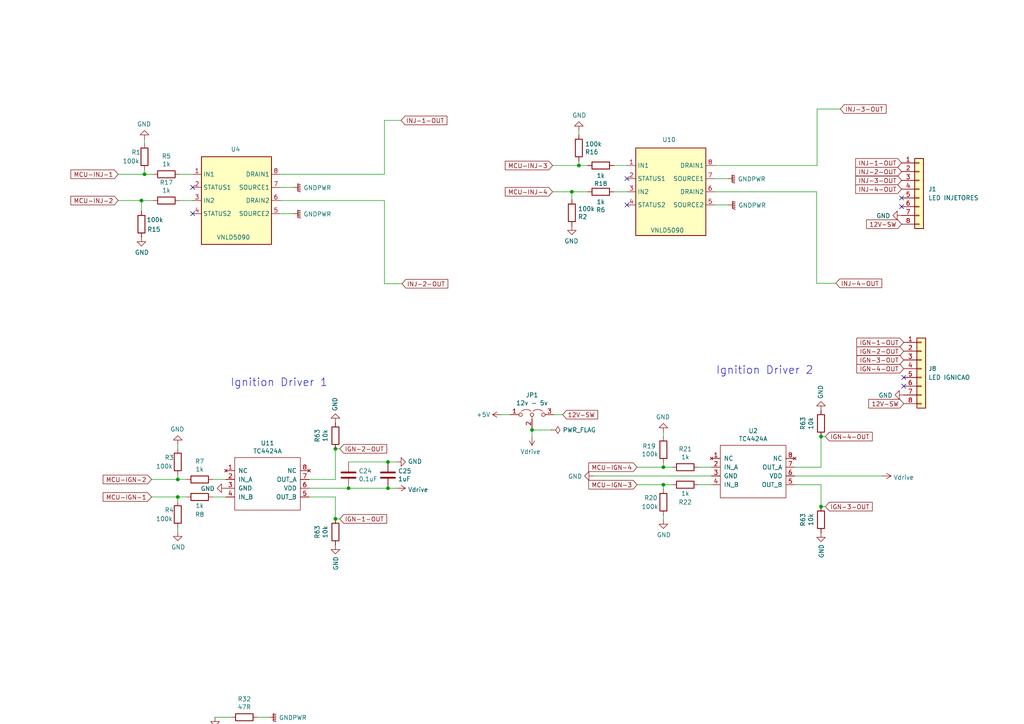
<source format=kicad_sch>
(kicad_sch (version 20230121) (generator eeschema)
  (paper "A4")
  (title_block (title "0.4") (date "2021-03-27") (rev "4d") (company "Speeduino"))
  (lib_symbols
    (symbol "Connector_Generic:Conn_01x08" (pin_names (offset 1.016) hide)
      (property "Reference" "J" (at 0 10.16 0))
      (property "Value" "Conn_01x08" (at 0 -12.7 0))
      (symbol "Conn_01x08_1_1"
        (rectangle (start -1.27 -10.033) (end 0 -10.287) (stroke (width 0.1524)))
        (rectangle (start -1.27 -7.493) (end 0 -7.747) (stroke (width 0.1524)))
        (rectangle (start -1.27 -4.953) (end 0 -5.207) (stroke (width 0.1524)))
        (rectangle (start -1.27 -2.413) (end 0 -2.667) (stroke (width 0.1524)))
        (rectangle (start -1.27 0.127) (end 0 -0.127) (stroke (width 0.1524)))
        (rectangle (start -1.27 2.667) (end 0 2.413) (stroke (width 0.1524)))
        (rectangle (start -1.27 5.207) (end 0 4.953) (stroke (width 0.1524)))
        (rectangle (start -1.27 7.747) (end 0 7.493) (stroke (width 0.1524)))
        (rectangle (start -1.27 8.89) (end 1.27 -11.43) (stroke (width 0.254)) (fill (type background)))
        (pin passive line (at -5.08 7.62 0) (length 3.81) (name "Pin_1") (number "1"))
        (pin passive line (at -5.08 5.08 0) (length 3.81) (name "Pin_2") (number "2"))
        (pin passive line (at -5.08 2.54 0) (length 3.81) (name "Pin_3") (number "3"))
        (pin passive line (at -5.08 0 0) (length 3.81) (name "Pin_4") (number "4"))
        (pin passive line (at -5.08 -2.54 0) (length 3.81) (name "Pin_5") (number "5"))
        (pin passive line (at -5.08 -5.08 0) (length 3.81) (name "Pin_6") (number "6"))
        (pin passive line (at -5.08 -7.62 0) (length 3.81) (name "Pin_7") (number "7"))
        (pin passive line (at -5.08 -10.16 0) (length 3.81) (name "Pin_8") (number "8"))
      )
    )
    (symbol "Device:C" (pin_numbers hide) (pin_names (offset 0.254))
      (property "Reference" "C" (at 0.635 2.54 0))
      (property "Value" "C" (at 0.635 -2.54 0))
      (symbol "C_0_1"
        (polyline (pts (xy -2.032 -0.762) (xy 2.032 -0.762)) (stroke (width 0.508)))
        (polyline (pts (xy -2.032 0.762) (xy 2.032 0.762)) (stroke (width 0.508)))
      )
      (symbol "C_1_1"
        (pin passive line (at 0 3.81 270) (length 2.794) (name "~") (number "1"))
        (pin passive line (at 0 -3.81 90) (length 2.794) (name "~") (number "2"))
      )
    )
    (symbol "Device:R" (pin_numbers hide) (pin_names (offset 0))
      (property "Reference" "R" (at 2.032 0 90))
      (property "Value" "R" (at 0 0 90))
      (symbol "R_0_1"
        (rectangle (start -1.016 -2.54) (end 1.016 2.54) (stroke (width 0.254)))
      )
      (symbol "R_1_1"
        (pin passive line (at 0 3.81 270) (length 1.27) (name "~") (number "1"))
        (pin passive line (at 0 -3.81 90) (length 1.27) (name "~") (number "2"))
      )
    )
    (symbol "power:+5V" (power) (pin_names (offset 0))
      (property "Value" "+5V" (at 0 3.556 0))
      (symbol "+5V_0_1"
        (polyline (pts (xy -0.762 1.27) (xy 0 2.54)))
        (polyline (pts (xy 0 0) (xy 0 2.54)))
        (polyline (pts (xy 0 2.54) (xy 0.762 1.27)))
      )
      (symbol "+5V_1_1"
        (pin power_in line (at 0 0 90) (length 0) hide (name "+5V") (number "1"))
      )
    )
    (symbol "power:GND" (power) (pin_names (offset 0))
      (property "Value" "GND" (at 0 -3.81 0))
      (symbol "GND_0_1"
        (polyline (pts (xy 0 0) (xy 0 -1.27) (xy 1.27 -1.27) (xy 0 -2.54) (xy -1.27 -1.27) (xy 0 -1.27)))
      )
      (symbol "GND_1_1"
        (pin power_in line (at 0 0 270) (length 0) hide (name "GND") (number "1"))
      )
    )
    (symbol "power:GNDPWR" (power) (pin_names (offset 0))
      (property "Value" "GNDPWR" (at 0 -3.302 0))
      (symbol "GNDPWR_0_1"
        (polyline (pts (xy 0 -1.27) (xy 0 0)))
        (polyline (pts (xy -1.016 -1.27) (xy -1.27 -2.032) (xy -1.27 -2.032)) (stroke (width 0.2032)))
        (polyline (pts (xy -0.508 -1.27) (xy -0.762 -2.032) (xy -0.762 -2.032)) (stroke (width 0.2032)))
        (polyline (pts (xy 0 -1.27) (xy -0.254 -2.032) (xy -0.254 -2.032)) (stroke (width 0.2032)))
        (polyline (pts (xy 0.508 -1.27) (xy 0.254 -2.032) (xy 0.254 -2.032)) (stroke (width 0.2032)))
        (polyline (pts (xy 1.016 -1.27) (xy -1.016 -1.27) (xy -1.016 -1.27)) (stroke (width 0.2032)))
        (polyline (pts (xy 1.016 -1.27) (xy 0.762 -2.032) (xy 0.762 -2.032) (xy 0.762 -2.032)) (stroke (width 0.2032)))
      )
      (symbol "GNDPWR_1_1"
        (pin power_in line (at 0 0 270) (length 0) hide (name "GNDPWR") (number "1"))
      )
    )
    (symbol "power:PWR_FLAG" (power) (pin_numbers hide) (pin_names (offset 0) hide)
      (property "Value" "PWR_FLAG" (at 0 3.81 0))
      (symbol "PWR_FLAG_0_0"
        (pin power_out line (at 0 0 90) (length 0) (name "pwr") (number "1"))
      )
      (symbol "PWR_FLAG_0_1"
        (polyline (pts (xy 0 0) (xy 0 1.27) (xy -1.016 1.905) (xy 0 2.54) (xy 1.016 1.905) (xy 0 1.27)))
      )
    )
    (symbol "power:Vdrive" (power) (pin_names (offset 0))
      (property "Value" "Vdrive" (at 0 3.81 0))
      (symbol "Vdrive_0_1"
        (polyline (pts (xy -0.762 1.27) (xy 0 2.54)))
        (polyline (pts (xy 0 0) (xy 0 2.54)))
        (polyline (pts (xy 0 2.54) (xy 0.762 1.27)))
      )
      (symbol "Vdrive_1_1"
        (pin power_in line (at 0 0 90) (length 0) hide (name "Vdrive") (number "1"))
      )
    )
    (symbol "speeduino_ic_automotive:TC4424A" (pin_names (offset 1.016))
      (property "Reference" "U" (at -7.62 38.1 0))
      (property "Value" "speeduino_ic_automotive_TC4424A" (at -15.24 38.1 0))
      (symbol "TC4424A_0_1"
        (rectangle (start -25.4 36.83) (end -6.35 21.59))
      )
      (symbol "TC4424A_1_1"
        (pin no_connect line (at -27.94 33.02 0) (length 2.54) (name "NC") (number "1"))
        (pin input line (at -27.94 30.48 0) (length 2.54) (name "IN_A") (number "2"))
        (pin power_in line (at -27.94 27.94 0) (length 2.54) (name "GND") (number "3"))
        (pin input line (at -27.94 25.4 0) (length 2.54) (name "IN_B") (number "4"))
        (pin input line (at -3.81 25.4 180) (length 2.54) (name "OUT_B") (number "5"))
        (pin power_in line (at -3.81 27.94 180) (length 2.54) (name "VDD") (number "6"))
        (pin output line (at -3.81 30.48 180) (length 2.54) (name "OUT_A") (number "7"))
        (pin no_connect line (at -3.81 33.02 180) (length 2.54) (name "NC") (number "8"))
      )
    )
    (symbol "speeduino_ic_automotive:VNLD5090"
      (property "Reference" "U" (at -7.62 11.43 0))
      (property "Value" "speeduino_ic_automotive_VNLD5090" (at 12.7 11.43 0))
      (symbol "VNLD5090_0_1"
        (rectangle (start -7.62 -15.24) (end 12.7 10.16) (stroke (width 0.254)) (fill (type background)))
      )
      (symbol "VNLD5090_1_1"
        (pin input line (at -10.16 5.08 0) (length 2.54) (name "IN1") (number "1"))
        (pin output line (at -10.16 1.27 0) (length 2.54) (name "STATUS1") (number "2"))
        (pin input line (at -10.16 -2.54 0) (length 2.54) (name "IN2") (number "3"))
        (pin output line (at -10.16 -6.35 0) (length 2.54) (name "STATUS2") (number "4"))
        (pin input line (at 15.24 -6.35 180) (length 2.54) (name "SOURCE2") (number "5"))
        (pin output line (at 15.24 -2.54 180) (length 2.54) (name "DRAIN2") (number "6"))
        (pin input line (at 15.24 1.27 180) (length 2.54) (name "SOURCE1") (number "7"))
        (pin output line (at 15.24 5.08 180) (length 2.54) (name "DRAIN1") (number "8"))
      )
    )
    (symbol "v0.4.3d-rescue:Jumper_3_Open-Jumper" (pin_names (offset 0) hide)
      (property "Reference" "JP" (at -2.54 -2.54 0))
      (property "Value" "Jumper_Jumper_3_Open" (at 0 2.794 0))
      (symbol "Jumper_3_Open-Jumper_0_0"
        (circle (center -3.302 0) (radius 0.508))
        (circle (center 0 0) (radius 0.508))
        (circle (center 3.302 0) (radius 0.508))
      )
      (symbol "Jumper_3_Open-Jumper_0_1"
        (arc (start -0.254 1.016) (mid -1.651 1.4992) (end -3.048 1.016))
        (polyline (pts (xy 0 -0.508) (xy 0 -1.27)))
        (arc (start 3.048 1.016) (mid 1.651 1.4992) (end 0.254 1.016))
      )
      (symbol "Jumper_3_Open-Jumper_1_1"
        (pin passive line (at -6.35 0 0) (length 2.54) (name "A") (number "1"))
        (pin input line (at 0 -3.81 90) (length 2.54) (name "C") (number "2"))
        (pin passive line (at 6.35 0 180) (length 2.54) (name "B") (number "3"))
      )
    )
  )
  (junction (at 192.405 140.589))
  (junction (at 51.562 144.145))
  (junction (at 51.562 139.065))
  (junction (at 41.021 58.166))
  (junction (at 41.91 50.546))
  (junction (at 97.282 150.495))
  (junction (at 101.092 141.605))
  (junction (at 97.282 130.175))
  (junction (at 112.522 133.985))
  (junction (at 238.125 146.939))
  (junction (at 192.405 135.509))
  (junction (at 154.305 124.714))
  (junction (at 112.522 141.605))
  (junction (at 165.862 55.626))
  (junction (at 167.894 48.006))
  (junction (at 238.125 126.619))
  (no_connect (at 181.864 51.816))
  (no_connect (at 55.88 61.976))
  (no_connect (at 262.128 112.014))
  (no_connect (at 181.864 59.436))
  (no_connect (at 262.128 109.474))
  (no_connect (at 261.493 57.404))
  (no_connect (at 261.493 59.944))
  (no_connect (at 55.88 54.356))
  (wire (pts (xy 230.505 138.049) (xy 255.905 138.049)))
  (wire (pts (xy 206.375 138.049) (xy 172.085 138.049)))
  (wire (pts (xy 192.405 150.749) (xy 192.405 149.479)))
  (wire (pts (xy 202.565 135.509) (xy 206.375 135.509)))
  (wire (pts (xy 51.562 137.795) (xy 51.562 139.065)))
  (wire (pts (xy 52.07 58.166) (xy 55.88 58.166)))
  (wire (pts (xy 238.125 135.509) (xy 230.505 135.509)))
  (wire (pts (xy 115.062 141.605) (xy 112.522 141.605)))
  (wire (pts (xy 165.862 55.626) (xy 170.434 55.626)))
  (wire (pts (xy 74.676 208.026) (xy 77.978 208.026)))
  (wire (pts (xy 239.395 146.939) (xy 238.125 146.939)))
  (wire (pts (xy 67.056 208.026) (xy 62.357 208.026)))
  (wire (pts (xy 52.07 50.546) (xy 55.88 50.546)))
  (wire (pts (xy 81.28 54.356) (xy 85.09 54.356)))
  (wire (pts (xy 211.201 59.436) (xy 207.264 59.436)))
  (wire (pts (xy 238.125 140.589) (xy 230.505 140.589)))
  (wire (pts (xy 202.565 140.589) (xy 206.375 140.589)))
  (wire (pts (xy 81.28 50.546) (xy 111.506 50.546)))
  (wire (pts (xy 34.29 50.546) (xy 41.91 50.546)))
  (wire (pts (xy 111.506 34.925) (xy 116.332 34.925)))
  (wire (pts (xy 111.506 50.546) (xy 111.506 34.925)))
  (wire (pts (xy 89.662 141.605) (xy 101.092 141.605)))
  (wire (pts (xy 194.945 140.589) (xy 192.405 140.589)))
  (wire (pts (xy 154.305 124.714) (xy 154.305 124.079)))
  (wire (pts (xy 178.054 55.626) (xy 181.864 55.626)))
  (wire (pts (xy 43.942 139.065) (xy 51.562 139.065)))
  (wire (pts (xy 61.722 139.065) (xy 65.532 139.065)))
  (wire (pts (xy 178.054 48.006) (xy 181.864 48.006)))
  (wire (pts (xy 51.562 130.175) (xy 51.562 128.905)))
  (wire (pts (xy 159.893 124.714) (xy 154.305 124.714)))
  (wire (pts (xy 111.506 58.166) (xy 111.506 82.296)))
  (wire (pts (xy 238.125 146.939) (xy 238.125 140.589)))
  (wire (pts (xy 236.982 31.623) (xy 243.713 31.623)))
  (wire (pts (xy 89.662 144.145) (xy 97.282 144.145)))
  (wire (pts (xy 61.722 144.145) (xy 65.532 144.145)))
  (wire (pts (xy 51.562 139.065) (xy 54.102 139.065)))
  (wire (pts (xy 34.29 58.166) (xy 41.021 58.166)))
  (wire (pts (xy 154.305 126.619) (xy 154.305 124.714)))
  (wire (pts (xy 192.405 135.509) (xy 194.945 135.509)))
  (wire (pts (xy 54.102 144.145) (xy 51.562 144.145)))
  (wire (pts (xy 192.405 140.589) (xy 192.405 141.859)))
  (wire (pts (xy 89.662 139.065) (xy 97.282 139.065)))
  (wire (pts (xy 167.894 48.006) (xy 167.894 46.736)))
  (wire (pts (xy 41.021 61.214) (xy 41.021 58.166)))
  (wire (pts (xy 51.562 144.145) (xy 51.562 145.415)))
  (wire (pts (xy 98.552 130.175) (xy 97.282 130.175)))
  (wire (pts (xy 239.395 126.619) (xy 238.125 126.619)))
  (wire (pts (xy 97.282 150.495) (xy 97.282 144.145)))
  (wire (pts (xy 160.274 55.626) (xy 165.862 55.626)))
  (wire (pts (xy 111.506 82.296) (xy 116.586 82.296)))
  (wire (pts (xy 211.074 51.816) (xy 207.264 51.816)))
  (wire (pts (xy 41.91 50.546) (xy 44.45 50.546)))
  (wire (pts (xy 97.282 130.175) (xy 97.282 139.065)))
  (wire (pts (xy 170.434 48.006) (xy 167.894 48.006)))
  (wire (pts (xy 112.522 141.605) (xy 101.092 141.605)))
  (wire (pts (xy 112.522 133.985) (xy 101.092 133.985)))
  (wire (pts (xy 81.28 61.976) (xy 85.09 61.976)))
  (wire (pts (xy 81.28 58.166) (xy 111.506 58.166)))
  (wire (pts (xy 41.021 58.166) (xy 44.45 58.166)))
  (wire (pts (xy 207.264 55.626) (xy 236.855 55.626)))
  (wire (pts (xy 98.552 150.495) (xy 97.282 150.495)))
  (wire (pts (xy 236.982 48.006) (xy 236.982 31.623)))
  (wire (pts (xy 236.855 82.169) (xy 242.443 82.169)))
  (wire (pts (xy 41.91 49.276) (xy 41.91 50.546)))
  (wire (pts (xy 51.562 154.305) (xy 51.562 153.035)))
  (wire (pts (xy 167.894 37.846) (xy 167.894 39.116)))
  (wire (pts (xy 160.655 120.269) (xy 163.195 120.269)))
  (wire (pts (xy 43.942 144.145) (xy 51.562 144.145)))
  (wire (pts (xy 236.855 55.626) (xy 236.855 82.169)))
  (wire (pts (xy 238.125 126.619) (xy 238.125 135.509)))
  (wire (pts (xy 160.274 48.006) (xy 167.894 48.006)))
  (wire (pts (xy 192.405 134.239) (xy 192.405 135.509)))
  (wire (pts (xy 41.91 41.656) (xy 41.91 40.386)))
  (wire (pts (xy 184.785 140.589) (xy 192.405 140.589)))
  (wire (pts (xy 115.062 133.985) (xy 112.522 133.985)))
  (wire (pts (xy 165.862 57.912) (xy 165.862 55.626)))
  (wire (pts (xy 147.955 120.269) (xy 145.415 120.269)))
  (wire (pts (xy 207.264 48.006) (xy 236.982 48.006)))
  (wire (pts (xy 184.785 135.509) (xy 192.405 135.509)))
  (wire (pts (xy 192.405 126.619) (xy 192.405 125.349)))
  (text "Ignition Driver 2" (at 207.645 108.839 0) (effects (font (size 2.2606 2.2606)) (justify left bottom)))
  (text "Ignition Driver 1" (at 66.802 112.395 0) (effects (font (size 2.2606 2.2606)) (justify left bottom)))
  (global_label "INJ-1-OUT" (shape input) (at 116.332 34.925 0) (property "Intersheetrefs" "${INTERSHEET_REFS}" (effects hide)))
  (global_label "IGN-1-OUT" (shape input) (at 98.552 150.495 0) (property "Intersheetrefs" "${INTERSHEET_REFS}" (effects hide)))
  (global_label "INJ-4-OUT" (shape input) (at 242.443 82.169 0) (property "Intersheetrefs" "${INTERSHEET_REFS}" (effects hide)))
  (global_label "MCU-INJ-1" (shape input) (at 34.29 50.546 180) (property "Intersheetrefs" "${INTERSHEET_REFS}" (effects hide)))
  (global_label "MCU-IGN-3" (shape input) (at 184.785 140.589 180) (property "Intersheetrefs" "${INTERSHEET_REFS}" (effects hide)))
  (global_label "MCU-IGN-4" (shape input) (at 184.785 135.509 180) (property "Intersheetrefs" "${INTERSHEET_REFS}" (effects hide)))
  (global_label "MCU-IGN-1" (shape input) (at 43.942 144.145 180) (property "Intersheetrefs" "${INTERSHEET_REFS}" (effects hide)))
  (global_label "IGN-2-OUT" (shape input) (at 98.552 130.175 0) (property "Intersheetrefs" "${INTERSHEET_REFS}" (effects hide)))
  (global_label "IGN-3-OUT" (shape input) (at 239.395 146.939 0) (property "Intersheetrefs" "${INTERSHEET_REFS}" (effects hide)))
  (global_label "MCU-IGN-2" (shape input) (at 43.942 139.065 180) (property "Intersheetrefs" "${INTERSHEET_REFS}" (effects hide)))
  (global_label "12V-SW" (shape input) (at 163.195 120.269 0) (property "Intersheetrefs" "${INTERSHEET_REFS}" (effects hide)))
  (global_label "12V-SW" (shape input) (at 262.128 117.094 180) (property "Intersheetrefs" "${INTERSHEET_REFS}" (effects hide)))
  (global_label "MCU-INJ-2" (shape input) (at 34.29 58.166 180) (property "Intersheetrefs" "${INTERSHEET_REFS}" (effects hide)))
  (global_label "IGN-3-OUT" (shape input) (at 262.128 104.394 180) (property "Intersheetrefs" "${INTERSHEET_REFS}" (effects hide)))
  (global_label "INJ-2-OUT" (shape input) (at 261.493 49.784 180) (property "Intersheetrefs" "${INTERSHEET_REFS}" (effects hide)))
  (global_label "12V-SW" (shape input) (at 261.493 65.024 180) (property "Intersheetrefs" "${INTERSHEET_REFS}" (effects hide)))
  (global_label "MCU-INJ-3" (shape input) (at 160.274 48.006 180) (property "Intersheetrefs" "${INTERSHEET_REFS}" (effects hide)))
  (global_label "IGN-4-OUT" (shape input) (at 239.395 126.619 0) (property "Intersheetrefs" "${INTERSHEET_REFS}" (effects hide)))
  (global_label "MCU-INJ-4" (shape input) (at 160.274 55.626 180) (property "Intersheetrefs" "${INTERSHEET_REFS}" (effects hide)))
  (global_label "INJ-3-OUT" (shape input) (at 261.493 52.324 180) (property "Intersheetrefs" "${INTERSHEET_REFS}" (effects hide)))
  (global_label "INJ-1-OUT" (shape input) (at 261.493 47.244 180) (property "Intersheetrefs" "${INTERSHEET_REFS}" (effects hide)))
  (global_label "INJ-4-OUT" (shape input) (at 261.493 54.864 180) (property "Intersheetrefs" "${INTERSHEET_REFS}" (effects hide)))
  (global_label "INJ-3-OUT" (shape input) (at 243.713 31.623 0) (property "Intersheetrefs" "${INTERSHEET_REFS}" (effects hide)))
  (global_label "IGN-1-OUT" (shape input) (at 262.128 99.314 180) (property "Intersheetrefs" "${INTERSHEET_REFS}" (effects hide)))
  (global_label "IGN-2-OUT" (shape input) (at 262.128 101.854 180) (property "Intersheetrefs" "${INTERSHEET_REFS}" (effects hide)))
  (global_label "INJ-2-OUT" (shape input) (at 116.586 82.296 0) (property "Intersheetrefs" "${INTERSHEET_REFS}" (effects hide)))
  (global_label "IGN-4-OUT" (shape input) (at 262.128 106.934 180) (property "Intersheetrefs" "${INTERSHEET_REFS}" (effects hide)))
  (symbol (lib_id "Device:R") (at 48.26 50.546 270) (unit 1)
    (property "Reference" "R5" (at 48.26 45.2882 90))
    (property "Value" "1k" (at 48.26 47.5996 90))
    (property "Footprint" "Resistor_SMD:R_0805_2012Metric" (effects hide))
    (property "Manufacturer_Name" "YAGEO" (effects hide))
    (property "Manufacturer_Part_Number" "RC0805FR-071KL" (effects hide))
    (property "JLCPCB_PN" "C95781" (effects hide))
    (property "Package" "0805" (effects hide))
  )
  (symbol (lib_id "Device:R") (at 174.244 55.626 270) (mirror x) (unit 1)
    (property "Reference" "R6" (at 174.244 60.8838 90))
    (property "Value" "1k" (at 174.244 58.5724 90))
    (property "Footprint" "Resistor_SMD:R_0805_2012Metric" (effects hide))
    (property "Manufacturer_Name" "YAGEO" (effects hide))
    (property "Manufacturer_Part_Number" "RC0805FR-071KL" (effects hide))
    (property "JLCPCB_PN" "C95781" (effects hide))
    (property "Package" "0805" (effects hide))
  )
  (symbol (lib_id "Device:R") (at 41.91 45.466 180) (unit 1)
    (property "Reference" "R1" (at 38.1 44.196 0) (effects (justify right)))
    (property "Value" "100k" (at 35.56 46.736 0) (effects (justify right)))
    (property "Footprint" "Resistor_SMD:R_0805_2012Metric" (effects hide))
    (property "Manufacturer_Name" "YAGEO" (effects hide))
    (property "Manufacturer_Part_Number" "RC0805FR-07100KL" (effects hide))
    (property "JLCPCB_PN" "C96346" (effects hide))
    (property "Package" "0805" (effects hide))
  )
  (symbol (lib_id "Device:R") (at 165.862 61.722 0) (mirror y) (unit 1)
    (property "Reference" "R2" (at 167.64 62.8904 0) (effects (justify right)))
    (property "Value" "100k" (at 167.64 60.579 0) (effects (justify right)))
    (property "Footprint" "Resistor_SMD:R_0805_2012Metric" (effects hide))
    (property "Manufacturer_Name" "YAGEO" (effects hide))
    (property "Manufacturer_Part_Number" "RC0805FR-07100KL" (effects hide))
    (property "JLCPCB_PN" "C96346" (effects hide))
    (property "Package" "0805" (effects hide))
  )
  (symbol (lib_id "power:GND") (at 41.91 40.386 180) (unit 1)
    (property "Reference" "#PWR04" (effects hide))
    (property "Value" "GND" (at 41.783 35.9918 0))
  )
  (symbol (lib_id "power:GND") (at 165.862 65.532 0) (mirror y) (unit 1)
    (property "Reference" "#PWR05" (effects hide))
    (property "Value" "GND" (at 165.735 69.9262 0))
  )
  (symbol (lib_id "Device:R") (at 48.26 58.166 270) (unit 1)
    (property "Reference" "R17" (at 48.26 52.9082 90))
    (property "Value" "1k" (at 48.26 55.2196 90))
    (property "Footprint" "Resistor_SMD:R_0805_2012Metric" (effects hide))
    (property "Manufacturer_Name" "YAGEO" (effects hide))
    (property "Manufacturer_Part_Number" "RC0805FR-071KL" (effects hide))
    (property "JLCPCB_PN" "C95781" (effects hide))
    (property "Package" "0805" (effects hide))
  )
  (symbol (lib_id "Device:R") (at 174.244 48.006 270) (mirror x) (unit 1)
    (property "Reference" "R18" (at 174.244 53.2638 90))
    (property "Value" "1k" (at 174.244 50.9524 90))
    (property "Footprint" "Resistor_SMD:R_0805_2012Metric" (effects hide))
    (property "Manufacturer_Name" "YAGEO" (effects hide))
    (property "Manufacturer_Part_Number" "RC0805FR-071KL" (effects hide))
    (property "JLCPCB_PN" "C95781" (effects hide))
    (property "Package" "0805" (effects hide))
  )
  (symbol (lib_id "Device:R") (at 41.021 65.024 0) (unit 1)
    (property "Reference" "R15" (at 46.609 66.548 0) (effects (justify right)))
    (property "Value" "100k" (at 47.371 63.754 0) (effects (justify right)))
    (property "Footprint" "Resistor_SMD:R_0805_2012Metric" (effects hide))
    (property "Manufacturer_Name" "YAGEO" (effects hide))
    (property "Manufacturer_Part_Number" "RC0805FR-07100KL" (effects hide))
    (property "JLCPCB_PN" "C96346" (effects hide))
    (property "Package" "0805" (effects hide))
  )
  (symbol (lib_id "Device:R") (at 167.894 42.926 0) (mirror y) (unit 1)
    (property "Reference" "R16" (at 169.672 44.0944 0) (effects (justify right)))
    (property "Value" "100k" (at 169.672 41.783 0) (effects (justify right)))
    (property "Footprint" "Resistor_SMD:R_0805_2012Metric" (effects hide))
    (property "Manufacturer_Name" "YAGEO" (effects hide))
    (property "Manufacturer_Part_Number" "RC0805FR-07100KL" (effects hide))
    (property "JLCPCB_PN" "C96346" (effects hide))
    (property "Package" "0805" (effects hide))
  )
  (symbol (lib_id "power:GND") (at 41.021 68.834 0) (unit 1)
    (property "Reference" "#PWR014" (effects hide))
    (property "Value" "GND" (at 41.148 73.2282 0))
  )
  (symbol (lib_id "power:GND") (at 167.894 37.846 0) (mirror x) (unit 1)
    (property "Reference" "#PWR015" (effects hide))
    (property "Value" "GND" (at 168.021 33.4518 0))
  )
  (symbol (lib_id "Device:R") (at 57.912 139.065 270) (unit 1)
    (property "Reference" "R7" (at 57.912 133.8072 90))
    (property "Value" "1k" (at 57.912 136.1186 90))
    (property "Footprint" "Resistor_SMD:R_0805_2012Metric" (effects hide))
    (property "Manufacturer_Name" "YAGEO" (effects hide))
    (property "Manufacturer_Part_Number" "RC0805FR-071KL" (effects hide))
    (property "JLCPCB_PN" "C95781" (effects hide))
    (property "Package" "0805" (effects hide))
  )
  (symbol (lib_id "Device:R") (at 57.912 144.145 270) (unit 1)
    (property "Reference" "R8" (at 57.912 149.225 90))
    (property "Value" "1k" (at 57.912 146.685 90))
    (property "Footprint" "Resistor_SMD:R_0805_2012Metric" (effects hide))
    (property "Manufacturer_Name" "YAGEO" (effects hide))
    (property "Manufacturer_Part_Number" "RC0805FR-071KL" (effects hide))
    (property "JLCPCB_PN" "C95781" (effects hide))
    (property "Package" "0805" (effects hide))
  )
  (symbol (lib_id "Device:R") (at 51.562 133.985 180) (unit 1)
    (property "Reference" "R3" (at 47.752 132.715 0) (effects (justify right)))
    (property "Value" "100k" (at 45.212 135.255 0) (effects (justify right)))
    (property "Footprint" "Resistor_SMD:R_0805_2012Metric" (effects hide))
    (property "Manufacturer_Name" "YAGEO" (effects hide))
    (property "Manufacturer_Part_Number" "RC0805FR-07100KL" (effects hide))
    (property "JLCPCB_PN" "C96346" (effects hide))
    (property "Package" "0805" (effects hide))
  )
  (symbol (lib_id "Device:R") (at 51.562 149.225 180) (unit 1)
    (property "Reference" "R4" (at 47.752 147.955 0) (effects (justify right)))
    (property "Value" "100k" (at 45.212 150.495 0) (effects (justify right)))
    (property "Footprint" "Resistor_SMD:R_0805_2012Metric" (effects hide))
    (property "Manufacturer_Name" "YAGEO" (effects hide))
    (property "Manufacturer_Part_Number" "RC0805FR-07100KL" (effects hide))
    (property "JLCPCB_PN" "C96346" (effects hide))
    (property "Package" "0805" (effects hide))
  )
  (symbol (lib_id "power:GND") (at 51.562 128.905 180) (unit 1)
    (property "Reference" "#PWR06" (effects hide))
    (property "Value" "GND" (at 51.435 124.5108 0))
  )
  (symbol (lib_id "power:GND") (at 51.562 154.305 0) (unit 1)
    (property "Reference" "#PWR07" (effects hide))
    (property "Value" "GND" (at 51.689 158.6992 0))
  )
  (symbol (lib_id "power:GND") (at 65.532 141.605 270) (unit 1)
    (property "Reference" "#PWR03" (effects hide))
    (property "Value" "GND" (at 62.2808 141.732 90) (effects (justify right)))
  )
  (symbol (lib_id "Device:R") (at 198.755 135.509 270) (unit 1)
    (property "Reference" "R21" (at 198.755 130.2512 90))
    (property "Value" "1k" (at 198.755 132.5626 90))
    (property "Footprint" "Resistor_SMD:R_0805_2012Metric" (effects hide))
    (property "Manufacturer_Name" "YAGEO" (effects hide))
    (property "Manufacturer_Part_Number" "RC0805FR-071KL" (effects hide))
    (property "JLCPCB_PN" "C95781" (effects hide))
    (property "Package" "0805" (effects hide))
  )
  (symbol (lib_id "Device:R") (at 198.755 140.589 270) (unit 1)
    (property "Reference" "R22" (at 198.755 145.669 90))
    (property "Value" "1k" (at 198.755 143.129 90))
    (property "Footprint" "Resistor_SMD:R_0805_2012Metric" (effects hide))
    (property "Manufacturer_Name" "YAGEO" (effects hide))
    (property "Manufacturer_Part_Number" "RC0805FR-071KL" (effects hide))
    (property "JLCPCB_PN" "C95781" (effects hide))
    (property "Package" "0805" (effects hide))
  )
  (symbol (lib_id "Device:R") (at 192.405 130.429 180) (unit 1)
    (property "Reference" "R19" (at 186.309 129.413 0) (effects (justify right)))
    (property "Value" "100k" (at 186.055 131.699 0) (effects (justify right)))
    (property "Footprint" "Resistor_SMD:R_0805_2012Metric" (effects hide))
    (property "Manufacturer_Name" "YAGEO" (effects hide))
    (property "Manufacturer_Part_Number" "RC0805FR-07100KL" (effects hide))
    (property "JLCPCB_PN" "C96346" (effects hide))
    (property "Package" "0805" (effects hide))
  )
  (symbol (lib_id "Device:R") (at 192.405 145.669 180) (unit 1)
    (property "Reference" "R20" (at 186.817 144.399 0) (effects (justify right)))
    (property "Value" "100k" (at 186.055 146.939 0) (effects (justify right)))
    (property "Footprint" "Resistor_SMD:R_0805_2012Metric" (effects hide))
    (property "Manufacturer_Name" "YAGEO" (effects hide))
    (property "Manufacturer_Part_Number" "RC0805FR-07100KL" (effects hide))
    (property "JLCPCB_PN" "C96346" (effects hide))
    (property "Package" "0805" (effects hide))
  )
  (symbol (lib_id "power:GND") (at 192.405 125.349 180) (unit 1)
    (property "Reference" "#PWR016" (effects hide))
    (property "Value" "GND" (at 192.278 120.9548 0))
  )
  (symbol (lib_id "power:GND") (at 192.405 150.749 0) (unit 1)
    (property "Reference" "#PWR017" (effects hide))
    (property "Value" "GND" (at 192.532 155.1432 0))
  )
  (symbol (lib_id "power:GND") (at 172.085 138.049 270) (unit 1)
    (property "Reference" "#PWR013" (effects hide))
    (property "Value" "GND" (at 168.8338 138.176 90) (effects (justify right)))
  )
  (symbol (lib_id "v0.4.3d-rescue:Jumper_3_Open-Jumper") (at 154.305 120.269 0) (unit 1)
    (property "Reference" "JP1" (at 154.305 114.5794 0))
    (property "Value" "12v - 5v" (at 154.305 116.8908 0))
    (property "Footprint" "Jumper:SolderJumper-3_P1.3mm_Bridged12_RoundedPad1.0x1.5mm" (effects hide))
    (property "Manufacturer_Name" "Harwin Inc" (effects hide))
    (property "Manufacturer_Part_Number" "M20-9990345" (effects hide))
  )
  (symbol (lib_id "power:Vdrive") (at 154.305 126.619 180) (unit 1)
    (property "Reference" "#PWR0101" (effects hide))
    (property "Value" "Vdrive" (at 153.8478 131.0132 0))
  )
  (symbol (lib_id "power:Vdrive") (at 115.062 141.605 270) (unit 1)
    (property "Reference" "#PWR0102" (effects hide))
    (property "Value" "Vdrive" (at 118.3132 142.0368 90) (effects (justify left)))
  )
  (symbol (lib_id "power:Vdrive") (at 255.905 138.049 270) (unit 1)
    (property "Reference" "#PWR0103" (effects hide))
    (property "Value" "Vdrive" (at 259.1562 138.4808 90) (effects (justify left)))
  )
  (symbol (lib_id "Device:C") (at 101.092 137.795 0) (unit 1)
    (property "Reference" "C24" (at 104.013 136.6266 0) (effects (justify left)))
    (property "Value" "0.1uF" (at 104.013 138.938 0) (effects (justify left)))
    (property "Footprint" "Capacitor_SMD:C_0805_2012Metric" (effects hide))
    (property "Manufacturer_Name" "YAGEO" (effects hide))
    (property "Manufacturer_Part_Number" "CC0805KRX7R9BB104" (effects hide))
    (property "JLCPCB_PN" "C49678" (effects hide))
    (property "Package" "0805" (effects hide))
    (property "Voltage" "50v" (effects hide))
    (instances (project "v0.4.3d" (path "" (reference "C24") (unit 1)) (path "" (reference "C?") (unit 1))))
  )
  (symbol (lib_id "Device:C") (at 112.522 137.795 0) (unit 1)
    (property "Reference" "C25" (at 115.443 136.6266 0) (effects (justify left)))
    (property "Value" "1uF" (at 115.443 138.938 0) (effects (justify left)))
    (property "Footprint" "Capacitor_SMD:C_0805_2012Metric" (effects hide))
    (property "Manufacturer_Name" "Samsung Electro-Mechanics" (effects hide))
    (property "Manufacturer_Part_Number" "CL21B105KBFNNNE" (effects hide))
    (property "JLCPCB_PN" "C28323" (effects hide))
    (property "Package" "0805" (effects hide))
    (property "Voltage" "50v" (effects hide))
    (instances (project "v0.4.3d" (path "" (reference "C25") (unit 1)) (path "" (reference "C?") (unit 1))))
  )
  (symbol (lib_id "power:GND") (at 115.062 133.985 90) (unit 1)
    (property "Reference" "#PWR0104" (effects hide))
    (property "Value" "GND" (at 118.3132 133.858 90) (effects (justify right)))
  )
  (symbol (lib_id "speeduino_ic_automotive:VNLD5090") (at 66.04 55.626 0) (unit 1)
    (property "Reference" "U4" (at 68.326 43.307 0))
    (property "Value" "VNLD5090" (at 67.691 68.834 0))
    (property "Footprint" "Package_SO:SO-8_3.9x4.9mm_P1.27mm" (effects hide))
    (property "JLCPCB_PN" "C222209" (effects hide))
    (property "Manufacturer_Name" "STMicroelectronics" (effects hide))
    (property "Manufacturer_Part_Number" "VNLD5090TR-E" (effects hide))
    (property "Package" "SO-8" (effects hide))
    (instances (project "v0.4.3d" (path "" (reference "U4") (unit 1))) (project "daveecu2" (path "" (reference "U13") (unit 1)) (path "" (reference "U?") (unit 1))))
  )
  (symbol (lib_id "power:GND") (at 261.493 62.484 270) (unit 1)
    (property "Reference" "#PWR054" (effects hide))
    (property "Value" "GND" (at 258.2418 62.611 90) (effects (justify right)))
  )
  (symbol (lib_id "Device:R") (at 97.282 154.305 0) (unit 1)
    (property "Reference" "R63" (at 92.0242 154.305 90))
    (property "Value" "10k" (at 94.3356 154.305 90))
    (property "Footprint" "Resistor_SMD:R_0805_2012Metric" (effects hide))
    (property "JLCPCB_PN" "C84376" (effects hide))
    (property "Manufacturer_Name" "YAGEO" (effects hide))
    (property "Manufacturer_Part_Number" "RC0805FR-0710KL" (effects hide))
    (property "Package" "0805" (effects hide))
    (instances (project "v0.4.3d" (path "" (reference "R63") (unit 1)) (path "" (reference "R12") (unit 1))) (project "daveecu2" (path "" (reference "R1") (unit 1)) (path "" (reference "R?") (unit 1))))
  )
  (symbol (lib_id "power:GNDPWR") (at 211.074 51.816 90) (unit 1)
    (property "Reference" "#PWR052" (effects hide))
    (property "Value" "GNDPWR" (at 213.995 51.943 90) (effects (justify right)))
    (instances (project "v0.4.3d" (path "" (reference "#PWR052") (unit 1)) (path "" (reference "#PWR020") (unit 1))))
  )
  (symbol (lib_id "speeduino_ic_automotive:TC4424A") (at 93.472 169.545 0) (unit 1)
    (property "Reference" "U11" (at 77.597 128.524 0))
    (property "Value" "TC4424A" (at 77.597 130.8354 0))
    (property "Footprint" "Package_SO:SOIC-8_3.9x4.9mm_P1.27mm" (effects hide))
    (property "JLCPCB_PN" "C44150" (effects hide))
    (property "Manufacturer_Name" "Microchip Tech" (effects hide))
    (property "Manufacturer_Part_Number" "TC4424AVOA713" (effects hide))
    (property "Package" "SOIC-8" (effects hide))
    (instances (project "v0.4.3d" (path "" (reference "U11") (unit 1))) (project "daveecu2" (path "" (reference "U5") (unit 1)) (path "" (reference "U?") (unit 1))))
  )
  (symbol (lib_id "power:GND") (at 262.128 114.554 270) (unit 1)
    (property "Reference" "#PWR053" (effects hide))
    (property "Value" "GND" (at 258.8768 114.681 90) (effects (justify right)))
  )
  (symbol (lib_id "Device:R") (at 238.125 122.809 0) (unit 1)
    (property "Reference" "R63" (at 232.8672 122.809 90))
    (property "Value" "10k" (at 235.1786 122.809 90))
    (property "Footprint" "Resistor_SMD:R_0805_2012Metric" (effects hide))
    (property "JLCPCB_PN" "C84376" (effects hide))
    (property "Manufacturer_Name" "YAGEO" (effects hide))
    (property "Manufacturer_Part_Number" "RC0805FR-0710KL" (effects hide))
    (property "Package" "0805" (effects hide))
    (instances (project "v0.4.3d" (path "" (reference "R63") (unit 1)) (path "" (reference "R10") (unit 1))) (project "daveecu2" (path "" (reference "R1") (unit 1)) (path "" (reference "R?") (unit 1))))
  )
  (symbol (lib_id "Device:R") (at 70.866 208.026 270) (unit 1)
    (property "Reference" "R32" (at 70.866 202.7682 90))
    (property "Value" "47R" (at 70.866 205.0796 90))
    (property "Footprint" "Resistor_THT:R_Axial_DIN0207_L6.3mm_D2.5mm_P10.16mm_Horizontal" (effects hide))
    (instances (project "v0.4.3d" (path "" (reference "R32") (unit 1)) (path "" (reference "R53") (unit 1))))
  )
  (symbol (lib_id "speeduino_ic_automotive:TC4424A") (at 234.315 165.989 0) (unit 1)
    (property "Reference" "U2" (at 218.44 124.968 0))
    (property "Value" "TC4424A" (at 218.44 127.2794 0))
    (property "Footprint" "Package_SO:SOIC-8_3.9x4.9mm_P1.27mm" (effects hide))
    (property "JLCPCB_PN" "C44150" (effects hide))
    (property "Manufacturer_Name" "Microchip Tech" (effects hide))
    (property "Manufacturer_Part_Number" "TC4424AVOA713" (effects hide))
    (property "Package" "SOIC-8" (effects hide))
    (instances (project "v0.4.3d" (path "" (reference "U2") (unit 1))) (project "daveecu2" (path "" (reference "U5") (unit 1)) (path "" (reference "U?") (unit 1))))
  )
  (symbol (lib_id "power:PWR_FLAG") (at 159.893 124.714 270) (unit 1)
    (property "Reference" "#FLG06" (effects hide))
    (property "Value" "PWR_FLAG" (at 163.195 124.714 90) (effects (justify left)))
  )
  (symbol (lib_id "power:GND") (at 238.125 118.999 180) (unit 1)
    (property "Reference" "#PWR09" (effects hide))
    (property "Value" "GND" (at 237.998 115.7478 90) (effects (justify right)))
  )
  (symbol (lib_id "power:GND") (at 62.357 208.026 0) (unit 1)
    (property "Reference" "#PWR064" (effects hide))
    (property "Value" "GND" (at 62.484 212.4202 0))
  )
  (symbol (lib_id "power:GNDPWR") (at 77.978 208.026 90) (unit 1)
    (property "Reference" "#PWR052" (effects hide))
    (property "Value" "GNDPWR" (at 80.899 208.153 90) (effects (justify right)))
    (instances (project "v0.4.3d" (path "" (reference "#PWR052") (unit 1)) (path "" (reference "#PWR062") (unit 1))))
  )
  (symbol (lib_id "speeduino_ic_automotive:VNLD5090") (at 192.024 53.086 0) (unit 1)
    (property "Reference" "U10" (at 194.056 40.513 0))
    (property "Value" "VNLD5090" (at 193.548 66.802 0))
    (property "Footprint" "Package_SO:SO-8_3.9x4.9mm_P1.27mm" (effects hide))
    (property "JLCPCB_PN" "C222209" (effects hide))
    (property "Manufacturer_Name" "STMicroelectronics" (effects hide))
    (property "Manufacturer_Part_Number" "VNLD5090TR-E" (effects hide))
    (property "Package" "SO-8" (effects hide))
    (instances (project "v0.4.3d" (path "" (reference "U10") (unit 1))) (project "daveecu2" (path "" (reference "U13") (unit 1)) (path "" (reference "U?") (unit 1))))
  )
  (symbol (lib_id "power:GNDPWR") (at 85.09 54.356 90) (unit 1)
    (property "Reference" "#PWR052" (effects hide))
    (property "Value" "GNDPWR" (at 88.011 54.483 90) (effects (justify right)))
    (instances (project "v0.4.3d" (path "" (reference "#PWR052") (unit 1)) (path "" (reference "#PWR010") (unit 1))))
  )
  (symbol (lib_id "Device:R") (at 238.125 150.749 0) (unit 1)
    (property "Reference" "R63" (at 232.8672 150.749 90))
    (property "Value" "10k" (at 235.1786 150.749 90))
    (property "Footprint" "Resistor_SMD:R_0805_2012Metric" (effects hide))
    (property "JLCPCB_PN" "C84376" (effects hide))
    (property "Manufacturer_Name" "YAGEO" (effects hide))
    (property "Manufacturer_Part_Number" "RC0805FR-0710KL" (effects hide))
    (property "Package" "0805" (effects hide))
    (instances (project "v0.4.3d" (path "" (reference "R63") (unit 1)) (path "" (reference "R9") (unit 1))) (project "daveecu2" (path "" (reference "R1") (unit 1)) (path "" (reference "R?") (unit 1))))
  )
  (symbol (lib_id "Device:R") (at 97.282 126.365 0) (unit 1)
    (property "Reference" "R63" (at 92.0242 126.365 90))
    (property "Value" "10k" (at 94.3356 126.365 90))
    (property "Footprint" "Resistor_SMD:R_0805_2012Metric" (effects hide))
    (property "JLCPCB_PN" "C84376" (effects hide))
    (property "Manufacturer_Name" "YAGEO" (effects hide))
    (property "Manufacturer_Part_Number" "RC0805FR-0710KL" (effects hide))
    (property "Package" "0805" (effects hide))
    (instances (project "v0.4.3d" (path "" (reference "R63") (unit 1)) (path "" (reference "R11") (unit 1))) (project "daveecu2" (path "" (reference "R1") (unit 1)) (path "" (reference "R?") (unit 1))))
  )
  (symbol (lib_id "power:GND") (at 97.282 158.115 0) (unit 1)
    (property "Reference" "#PWR019" (effects hide))
    (property "Value" "GND" (at 97.409 161.3662 90) (effects (justify right)))
  )
  (symbol (lib_id "power:GNDPWR") (at 85.09 61.976 90) (unit 1)
    (property "Reference" "#PWR052" (effects hide))
    (property "Value" "GNDPWR" (at 88.011 62.103 90) (effects (justify right)))
    (instances (project "v0.4.3d" (path "" (reference "#PWR052") (unit 1)) (path "" (reference "#PWR011") (unit 1))))
  )
  (symbol (lib_id "power:GND") (at 97.282 122.555 180) (unit 1)
    (property "Reference" "#PWR018" (effects hide))
    (property "Value" "GND" (at 97.155 119.3038 90) (effects (justify right)))
  )
  (symbol (lib_id "power:GNDPWR") (at 211.201 59.436 90) (unit 1)
    (property "Reference" "#PWR052" (effects hide))
    (property "Value" "GNDPWR" (at 214.122 59.563 90) (effects (justify right)))
    (instances (project "v0.4.3d" (path "" (reference "#PWR052") (unit 1)) (path "" (reference "#PWR058") (unit 1))))
  )
  (symbol (lib_id "Connector_Generic:Conn_01x08") (at 266.573 54.864 0) (unit 1)
    (property "Reference" "J1" (at 269.24 54.864 0) (effects (justify left)))
    (property "Value" "LED INJETORES" (at 269.24 57.404 0) (effects (justify left)))
    (property "Footprint" "Connector_Molex:Molex_KK-254_AE-6410-08A_1x08_P2.54mm_Vertical" (effects hide))
  )
  (symbol (lib_id "power:+5V") (at 145.415 120.269 90) (unit 1)
    (property "Reference" "#PWR012" (effects hide))
    (property "Value" "+5V" (at 142.24 120.269 90) (effects (justify left)))
  )
  (symbol (lib_id "Connector_Generic:Conn_01x08") (at 267.208 106.934 0) (unit 1)
    (property "Reference" "J8" (at 269.24 106.934 0) (effects (justify left)))
    (property "Value" "LED IGNICAO" (at 269.24 109.474 0) (effects (justify left)))
    (property "Footprint" "Connector_Molex:Molex_KK-254_AE-6410-08A_1x08_P2.54mm_Vertical" (effects hide))
  )
  (symbol (lib_id "power:GND") (at 238.125 154.559 0) (unit 1)
    (property "Reference" "#PWR08" (effects hide))
    (property "Value" "GND" (at 238.252 157.8102 90) (effects (justify right)))
  )
)
</source>
